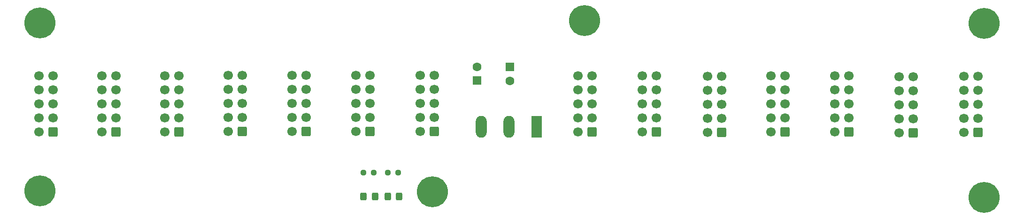
<source format=gbr>
%TF.GenerationSoftware,KiCad,Pcbnew,6.0.11+dfsg-1~bpo11+1*%
%TF.CreationDate,2023-04-21T11:36:43+08:00*%
%TF.ProjectId,EuroPowerBoard,4575726f-506f-4776-9572-426f6172642e,rev?*%
%TF.SameCoordinates,Original*%
%TF.FileFunction,Soldermask,Top*%
%TF.FilePolarity,Negative*%
%FSLAX46Y46*%
G04 Gerber Fmt 4.6, Leading zero omitted, Abs format (unit mm)*
G04 Created by KiCad (PCBNEW 6.0.11+dfsg-1~bpo11+1) date 2023-04-21 11:36:43*
%MOMM*%
%LPD*%
G01*
G04 APERTURE LIST*
G04 Aperture macros list*
%AMRoundRect*
0 Rectangle with rounded corners*
0 $1 Rounding radius*
0 $2 $3 $4 $5 $6 $7 $8 $9 X,Y pos of 4 corners*
0 Add a 4 corners polygon primitive as box body*
4,1,4,$2,$3,$4,$5,$6,$7,$8,$9,$2,$3,0*
0 Add four circle primitives for the rounded corners*
1,1,$1+$1,$2,$3*
1,1,$1+$1,$4,$5*
1,1,$1+$1,$6,$7*
1,1,$1+$1,$8,$9*
0 Add four rect primitives between the rounded corners*
20,1,$1+$1,$2,$3,$4,$5,0*
20,1,$1+$1,$4,$5,$6,$7,0*
20,1,$1+$1,$6,$7,$8,$9,0*
20,1,$1+$1,$8,$9,$2,$3,0*%
G04 Aperture macros list end*
%ADD10C,5.600000*%
%ADD11C,3.600000*%
%ADD12C,1.700000*%
%ADD13RoundRect,0.250000X0.600000X0.600000X-0.600000X0.600000X-0.600000X-0.600000X0.600000X-0.600000X0*%
%ADD14O,1.980000X3.960000*%
%ADD15R,1.980000X3.960000*%
%ADD16RoundRect,0.237500X-0.250000X-0.237500X0.250000X-0.237500X0.250000X0.237500X-0.250000X0.237500X0*%
%ADD17RoundRect,0.250000X-0.325000X-0.450000X0.325000X-0.450000X0.325000X0.450000X-0.325000X0.450000X0*%
%ADD18RoundRect,0.250000X0.325000X0.450000X-0.325000X0.450000X-0.325000X-0.450000X0.325000X-0.450000X0*%
%ADD19R,1.600000X1.600000*%
%ADD20C,1.600000*%
G04 APERTURE END LIST*
D10*
%TO.C,H5*%
X112500000Y-81000000D03*
D11*
X112500000Y-81000000D03*
%TD*%
D12*
%TO.C,J7*%
X162112500Y-60120000D03*
X164652500Y-60120000D03*
X162112500Y-62660000D03*
X164652500Y-62660000D03*
X162112500Y-65200000D03*
X164652500Y-65200000D03*
X162112500Y-67740000D03*
X164652500Y-67740000D03*
X162112500Y-70280000D03*
D13*
X164652500Y-70280000D03*
%TD*%
D12*
%TO.C,J6*%
X173612500Y-60020000D03*
X176152500Y-60020000D03*
X173612500Y-62560000D03*
X176152500Y-62560000D03*
X173612500Y-65100000D03*
X176152500Y-65100000D03*
X173612500Y-67640000D03*
X176152500Y-67640000D03*
X173612500Y-70180000D03*
D13*
X176152500Y-70180000D03*
%TD*%
%TO.C,J4*%
X141352500Y-70180000D03*
D12*
X138812500Y-70180000D03*
X141352500Y-67640000D03*
X138812500Y-67640000D03*
X141352500Y-65100000D03*
X138812500Y-65100000D03*
X141352500Y-62560000D03*
X138812500Y-62560000D03*
X141352500Y-60020000D03*
X138812500Y-60020000D03*
%TD*%
%TO.C,J1*%
X110312500Y-59920000D03*
X112852500Y-59920000D03*
X110312500Y-62460000D03*
X112852500Y-62460000D03*
X110312500Y-65000000D03*
X112852500Y-65000000D03*
X110312500Y-67540000D03*
X112852500Y-67540000D03*
X110312500Y-70080000D03*
D13*
X112852500Y-70080000D03*
%TD*%
%TO.C,J9*%
X199205000Y-70360000D03*
D12*
X196665000Y-70360000D03*
X199205000Y-67820000D03*
X196665000Y-67820000D03*
X199205000Y-65280000D03*
X196665000Y-65280000D03*
X199205000Y-62740000D03*
X196665000Y-62740000D03*
X199205000Y-60200000D03*
X196665000Y-60200000D03*
%TD*%
%TO.C,J8*%
X52912500Y-60020000D03*
X55452500Y-60020000D03*
X52912500Y-62560000D03*
X55452500Y-62560000D03*
X52912500Y-65100000D03*
X55452500Y-65100000D03*
X52912500Y-67640000D03*
X55452500Y-67640000D03*
X52912500Y-70180000D03*
D13*
X55452500Y-70180000D03*
%TD*%
D12*
%TO.C,J5*%
X98712500Y-59920000D03*
X101252500Y-59920000D03*
X98712500Y-62460000D03*
X101252500Y-62460000D03*
X98712500Y-65000000D03*
X101252500Y-65000000D03*
X98712500Y-67540000D03*
X101252500Y-67540000D03*
X98712500Y-70080000D03*
D13*
X101252500Y-70080000D03*
%TD*%
D14*
%TO.C,J3*%
X121300000Y-69190000D03*
X126300000Y-69190000D03*
D15*
X131300000Y-69190000D03*
%TD*%
D13*
%TO.C,J2*%
X187652500Y-70180000D03*
D12*
X185112500Y-70180000D03*
X187652500Y-67640000D03*
X185112500Y-67640000D03*
X187652500Y-65100000D03*
X185112500Y-65100000D03*
X187652500Y-62560000D03*
X185112500Y-62560000D03*
X187652500Y-60020000D03*
X185112500Y-60020000D03*
%TD*%
D11*
%TO.C,H6*%
X140000000Y-50000000D03*
D10*
X140000000Y-50000000D03*
%TD*%
%TO.C,H4*%
X212000000Y-50500000D03*
D11*
X212000000Y-50500000D03*
%TD*%
D10*
%TO.C,H3*%
X212000000Y-82000000D03*
D11*
X212000000Y-82000000D03*
%TD*%
D10*
%TO.C,H2*%
X41750000Y-80800000D03*
D11*
X41750000Y-80800000D03*
%TD*%
D10*
%TO.C,H1*%
X41750000Y-50450000D03*
D11*
X41750000Y-50450000D03*
%TD*%
D16*
%TO.C,R2*%
X100087500Y-77500000D03*
X101912500Y-77500000D03*
%TD*%
%TO.C,R1*%
X106325000Y-77500000D03*
X104500000Y-77500000D03*
%TD*%
D17*
%TO.C,D2*%
X102175000Y-81850000D03*
X100125000Y-81850000D03*
%TD*%
D18*
%TO.C,D1*%
X104475000Y-81850000D03*
X106525000Y-81850000D03*
%TD*%
D12*
%TO.C,J15*%
X87212500Y-59920000D03*
X89752500Y-59920000D03*
X87212500Y-62460000D03*
X89752500Y-62460000D03*
X87212500Y-65000000D03*
X89752500Y-65000000D03*
X87212500Y-67540000D03*
X89752500Y-67540000D03*
X87212500Y-70080000D03*
D13*
X89752500Y-70080000D03*
%TD*%
D12*
%TO.C,J14*%
X41612500Y-60020000D03*
X44152500Y-60020000D03*
X41612500Y-62560000D03*
X44152500Y-62560000D03*
X41612500Y-65100000D03*
X44152500Y-65100000D03*
X41612500Y-67640000D03*
X44152500Y-67640000D03*
X41612500Y-70180000D03*
D13*
X44152500Y-70180000D03*
%TD*%
D12*
%TO.C,J13*%
X75712500Y-59920000D03*
X78252500Y-59920000D03*
X75712500Y-62460000D03*
X78252500Y-62460000D03*
X75712500Y-65000000D03*
X78252500Y-65000000D03*
X75712500Y-67540000D03*
X78252500Y-67540000D03*
X75712500Y-70080000D03*
D13*
X78252500Y-70080000D03*
%TD*%
%TO.C,J12*%
X152952500Y-70180000D03*
D12*
X150412500Y-70180000D03*
X152952500Y-67640000D03*
X150412500Y-67640000D03*
X152952500Y-65100000D03*
X150412500Y-65100000D03*
X152952500Y-62560000D03*
X150412500Y-62560000D03*
X152952500Y-60020000D03*
X150412500Y-60020000D03*
%TD*%
%TO.C,J11*%
X64312500Y-60020000D03*
X66852500Y-60020000D03*
X64312500Y-62560000D03*
X66852500Y-62560000D03*
X64312500Y-65100000D03*
X66852500Y-65100000D03*
X64312500Y-67640000D03*
X66852500Y-67640000D03*
X64312500Y-70180000D03*
D13*
X66852500Y-70180000D03*
%TD*%
%TO.C,J10*%
X210905000Y-70260000D03*
D12*
X208365000Y-70260000D03*
X210905000Y-67720000D03*
X208365000Y-67720000D03*
X210905000Y-65180000D03*
X208365000Y-65180000D03*
X210905000Y-62640000D03*
X208365000Y-62640000D03*
X210905000Y-60100000D03*
X208365000Y-60100000D03*
%TD*%
D19*
%TO.C,C2*%
X126505000Y-58394888D03*
D20*
X126505000Y-60894888D03*
%TD*%
%TO.C,C1*%
X120605000Y-58370452D03*
D19*
X120605000Y-60870452D03*
%TD*%
M02*

</source>
